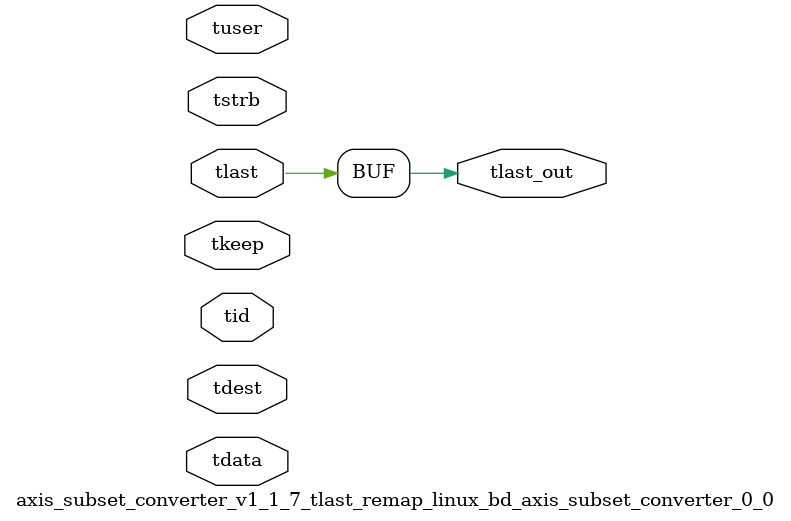
<source format=v>


`timescale 1ps/1ps

module axis_subset_converter_v1_1_7_tlast_remap_linux_bd_axis_subset_converter_0_0 #
(
parameter C_S_AXIS_TID_WIDTH   = 1,
parameter C_S_AXIS_TUSER_WIDTH = 0,
parameter C_S_AXIS_TDATA_WIDTH = 0,
parameter C_S_AXIS_TDEST_WIDTH = 0
)
(
input  [(C_S_AXIS_TID_WIDTH   == 0 ? 1 : C_S_AXIS_TID_WIDTH)-1:0       ] tid,
input  [(C_S_AXIS_TDATA_WIDTH == 0 ? 1 : C_S_AXIS_TDATA_WIDTH)-1:0     ] tdata,
input  [(C_S_AXIS_TUSER_WIDTH == 0 ? 1 : C_S_AXIS_TUSER_WIDTH)-1:0     ] tuser,
input  [(C_S_AXIS_TDEST_WIDTH == 0 ? 1 : C_S_AXIS_TDEST_WIDTH)-1:0     ] tdest,
input  [(C_S_AXIS_TDATA_WIDTH/8)-1:0 ] tkeep,
input  [(C_S_AXIS_TDATA_WIDTH/8)-1:0 ] tstrb,
input  [0:0]                                                             tlast,
output                                                                   tlast_out
);

assign tlast_out = {tlast[0]};

endmodule


</source>
